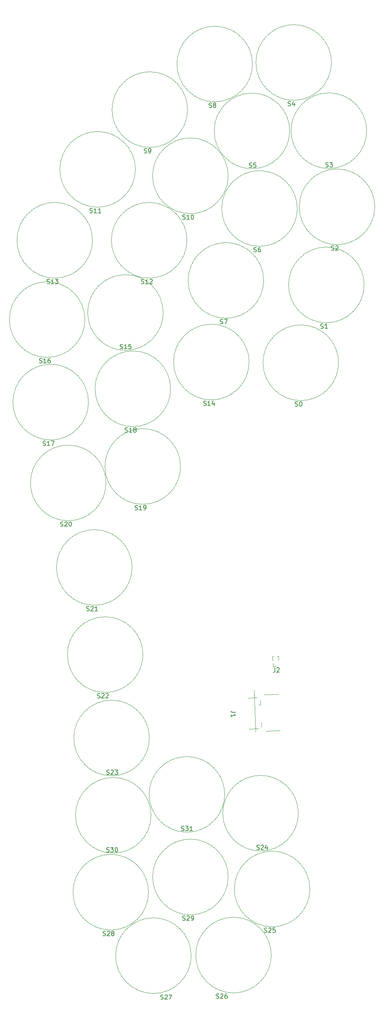
<source format=gto>
G04 #@! TF.GenerationSoftware,KiCad,Pcbnew,(5.0.0)*
G04 #@! TF.CreationDate,2020-01-29T13:37:31+01:00*
G04 #@! TF.ProjectId,Insole_PCB,496E736F6C655F5043422E6B69636164,rev?*
G04 #@! TF.SameCoordinates,Original*
G04 #@! TF.FileFunction,Legend,Top*
G04 #@! TF.FilePolarity,Positive*
%FSLAX46Y46*%
G04 Gerber Fmt 4.6, Leading zero omitted, Abs format (unit mm)*
G04 Created by KiCad (PCBNEW (5.0.0)) date 01/29/20 13:37:31*
%MOMM*%
%LPD*%
G01*
G04 APERTURE LIST*
%ADD10C,0.100000*%
%ADD11C,0.120000*%
%ADD12C,0.010000*%
%ADD13C,0.150000*%
G04 APERTURE END LIST*
D10*
G04 #@! TO.C,S4*
X235899453Y-66140707D02*
G75*
G03X235899453Y-66140707I-8500000J0D01*
G01*
G04 #@! TO.C,S9*
X203539453Y-76730707D02*
G75*
G03X203539453Y-76730707I-8500000J0D01*
G01*
D11*
G04 #@! TO.C,J2*
X222753929Y-201842519D02*
X223447236Y-201794038D01*
X222706146Y-201159188D02*
X222753929Y-201842519D01*
X223958464Y-200384944D02*
X224044977Y-200378895D01*
X222658363Y-200475856D02*
X222744876Y-200469807D01*
X224044977Y-200378895D02*
X223983940Y-199506026D01*
X222658363Y-200475856D02*
X222597326Y-199602988D01*
X223684165Y-199526989D02*
X223983940Y-199506026D01*
X222597326Y-199602988D02*
X222897101Y-199582026D01*
D12*
G04 #@! TO.C,J1*
X219220969Y-208842742D02*
X217072278Y-208917776D01*
X219511745Y-215736794D02*
X217313085Y-215813573D01*
X218838346Y-216510767D02*
X218512035Y-207166462D01*
D11*
X224045329Y-208023875D02*
X220817297Y-208136601D01*
X219930092Y-209378320D02*
X219967783Y-210457662D01*
X220114234Y-214364932D02*
X220151926Y-215444274D01*
X224331505Y-216218880D02*
X221103473Y-216331606D01*
X219967783Y-210457662D02*
X219538045Y-210472669D01*
D10*
G04 #@! TO.C,S0*
X237499453Y-133600707D02*
G75*
G03X237499453Y-133600707I-8500000J0D01*
G01*
G04 #@! TO.C,S1*
X243239453Y-116110707D02*
G75*
G03X243239453Y-116110707I-8500000J0D01*
G01*
G04 #@! TO.C,S2*
X245639453Y-98560707D02*
G75*
G03X245639453Y-98560707I-8500000J0D01*
G01*
G04 #@! TO.C,S3*
X243809453Y-81470707D02*
G75*
G03X243809453Y-81470707I-8500000J0D01*
G01*
G04 #@! TO.C,S5*
X226509453Y-81510707D02*
G75*
G03X226509453Y-81510707I-8500000J0D01*
G01*
G04 #@! TO.C,S6*
X228209453Y-98940707D02*
G75*
G03X228209453Y-98940707I-8500000J0D01*
G01*
G04 #@! TO.C,S7*
X220649453Y-115100707D02*
G75*
G03X220649453Y-115100707I-8500000J0D01*
G01*
G04 #@! TO.C,S8*
X218139453Y-66490707D02*
G75*
G03X218139453Y-66490707I-8500000J0D01*
G01*
G04 #@! TO.C,S10*
X212659453Y-91600707D02*
G75*
G03X212659453Y-91600707I-8500000J0D01*
G01*
G04 #@! TO.C,S11*
X191799453Y-90150707D02*
G75*
G03X191799453Y-90150707I-8500000J0D01*
G01*
G04 #@! TO.C,S12*
X203399453Y-106080707D02*
G75*
G03X203399453Y-106080707I-8500000J0D01*
G01*
G04 #@! TO.C,S13*
X182159453Y-106080707D02*
G75*
G03X182159453Y-106080707I-8500000J0D01*
G01*
G04 #@! TO.C,S14*
X217379453Y-133440707D02*
G75*
G03X217379453Y-133440707I-8500000J0D01*
G01*
G04 #@! TO.C,S15*
X198059453Y-122310707D02*
G75*
G03X198059453Y-122310707I-8500000J0D01*
G01*
G04 #@! TO.C,S16*
X180459453Y-123890707D02*
G75*
G03X180459453Y-123890707I-8500000J0D01*
G01*
G04 #@! TO.C,S17*
X181249453Y-142440707D02*
G75*
G03X181249453Y-142440707I-8500000J0D01*
G01*
G04 #@! TO.C,S18*
X199729453Y-139440707D02*
G75*
G03X199729453Y-139440707I-8500000J0D01*
G01*
G04 #@! TO.C,S19*
X201949453Y-156900707D02*
G75*
G03X201949453Y-156900707I-8500000J0D01*
G01*
G04 #@! TO.C,S20*
X185189453Y-160590707D02*
G75*
G03X185189453Y-160590707I-8500000J0D01*
G01*
G04 #@! TO.C,S21*
X191059453Y-179580707D02*
G75*
G03X191059453Y-179580707I-8500000J0D01*
G01*
G04 #@! TO.C,S22*
X193499453Y-199170707D02*
G75*
G03X193499453Y-199170707I-8500000J0D01*
G01*
G04 #@! TO.C,S23*
X194949453Y-217890707D02*
G75*
G03X194949453Y-217890707I-8500000J0D01*
G01*
G04 #@! TO.C,S24*
X228449453Y-234790707D02*
G75*
G03X228449453Y-234790707I-8500000J0D01*
G01*
G04 #@! TO.C,S25*
X231049453Y-251810707D02*
G75*
G03X231049453Y-251810707I-8500000J0D01*
G01*
G04 #@! TO.C,S26*
X222359453Y-266660707D02*
G75*
G03X222359453Y-266660707I-8500000J0D01*
G01*
G04 #@! TO.C,S27*
X204349453Y-266790707D02*
G75*
G03X204349453Y-266790707I-8500000J0D01*
G01*
G04 #@! TO.C,S28*
X194759453Y-252540707D02*
G75*
G03X194759453Y-252540707I-8500000J0D01*
G01*
G04 #@! TO.C,S29*
X212669453Y-249110707D02*
G75*
G03X212669453Y-249110707I-8500000J0D01*
G01*
G04 #@! TO.C,S30*
X195329453Y-235260707D02*
G75*
G03X195329453Y-235260707I-8500000J0D01*
G01*
G04 #@! TO.C,S31*
X211889453Y-230570707D02*
G75*
G03X211889453Y-230570707I-8500000J0D01*
G01*
G04 #@! TO.C,S4*
D13*
X226137548Y-75845468D02*
X226280405Y-75893087D01*
X226518500Y-75893087D01*
X226613738Y-75845468D01*
X226661357Y-75797849D01*
X226708976Y-75702611D01*
X226708976Y-75607373D01*
X226661357Y-75512135D01*
X226613738Y-75464516D01*
X226518500Y-75416897D01*
X226328024Y-75369278D01*
X226232786Y-75321659D01*
X226185167Y-75274040D01*
X226137548Y-75178802D01*
X226137548Y-75083564D01*
X226185167Y-74988326D01*
X226232786Y-74940707D01*
X226328024Y-74893087D01*
X226566119Y-74893087D01*
X226708976Y-74940707D01*
X227566119Y-75226421D02*
X227566119Y-75893087D01*
X227328024Y-74845468D02*
X227089929Y-75559754D01*
X227708976Y-75559754D01*
G04 #@! TO.C,S9*
X193777548Y-86435468D02*
X193920405Y-86483087D01*
X194158500Y-86483087D01*
X194253738Y-86435468D01*
X194301357Y-86387849D01*
X194348976Y-86292611D01*
X194348976Y-86197373D01*
X194301357Y-86102135D01*
X194253738Y-86054516D01*
X194158500Y-86006897D01*
X193968024Y-85959278D01*
X193872786Y-85911659D01*
X193825167Y-85864040D01*
X193777548Y-85768802D01*
X193777548Y-85673564D01*
X193825167Y-85578326D01*
X193872786Y-85530707D01*
X193968024Y-85483087D01*
X194206119Y-85483087D01*
X194348976Y-85530707D01*
X194825167Y-86483087D02*
X195015643Y-86483087D01*
X195110881Y-86435468D01*
X195158500Y-86387849D01*
X195253738Y-86244992D01*
X195301357Y-86054516D01*
X195301357Y-85673564D01*
X195253738Y-85578326D01*
X195206119Y-85530707D01*
X195110881Y-85483087D01*
X194920405Y-85483087D01*
X194825167Y-85530707D01*
X194777548Y-85578326D01*
X194729929Y-85673564D01*
X194729929Y-85911659D01*
X194777548Y-86006897D01*
X194825167Y-86054516D01*
X194920405Y-86102135D01*
X195110881Y-86102135D01*
X195206119Y-86054516D01*
X195253738Y-86006897D01*
X195301357Y-85911659D01*
G04 #@! TO.C,J2*
X223137551Y-202143874D02*
X223187377Y-202856419D01*
X223149839Y-203002250D01*
X223061477Y-203103900D01*
X222922289Y-203161368D01*
X222827283Y-203168012D01*
X223571722Y-202208984D02*
X223615903Y-202158159D01*
X223707588Y-202104013D01*
X223945103Y-202087404D01*
X224043431Y-202128264D01*
X224094256Y-202172445D01*
X224148402Y-202264129D01*
X224155046Y-202359135D01*
X224117508Y-202504966D01*
X223587332Y-203114864D01*
X224204872Y-203071681D01*
G04 #@! TO.C,J1*
X214330405Y-212132091D02*
X213616554Y-212157019D01*
X213472122Y-212114414D01*
X213373618Y-212022558D01*
X213321043Y-211881450D01*
X213317719Y-211786270D01*
X213365913Y-213166381D02*
X213345971Y-212595300D01*
X213355942Y-212880841D02*
X214355333Y-212845941D01*
X214209239Y-212755747D01*
X214110735Y-212663890D01*
X214059821Y-212570372D01*
G04 #@! TO.C,S0*
X227737548Y-143305468D02*
X227880405Y-143353087D01*
X228118500Y-143353087D01*
X228213738Y-143305468D01*
X228261357Y-143257849D01*
X228308976Y-143162611D01*
X228308976Y-143067373D01*
X228261357Y-142972135D01*
X228213738Y-142924516D01*
X228118500Y-142876897D01*
X227928024Y-142829278D01*
X227832786Y-142781659D01*
X227785167Y-142734040D01*
X227737548Y-142638802D01*
X227737548Y-142543564D01*
X227785167Y-142448326D01*
X227832786Y-142400707D01*
X227928024Y-142353087D01*
X228166119Y-142353087D01*
X228308976Y-142400707D01*
X228928024Y-142353087D02*
X229023262Y-142353087D01*
X229118500Y-142400707D01*
X229166119Y-142448326D01*
X229213738Y-142543564D01*
X229261357Y-142734040D01*
X229261357Y-142972135D01*
X229213738Y-143162611D01*
X229166119Y-143257849D01*
X229118500Y-143305468D01*
X229023262Y-143353087D01*
X228928024Y-143353087D01*
X228832786Y-143305468D01*
X228785167Y-143257849D01*
X228737548Y-143162611D01*
X228689929Y-142972135D01*
X228689929Y-142734040D01*
X228737548Y-142543564D01*
X228785167Y-142448326D01*
X228832786Y-142400707D01*
X228928024Y-142353087D01*
G04 #@! TO.C,S1*
X233477548Y-125815468D02*
X233620405Y-125863087D01*
X233858500Y-125863087D01*
X233953738Y-125815468D01*
X234001357Y-125767849D01*
X234048976Y-125672611D01*
X234048976Y-125577373D01*
X234001357Y-125482135D01*
X233953738Y-125434516D01*
X233858500Y-125386897D01*
X233668024Y-125339278D01*
X233572786Y-125291659D01*
X233525167Y-125244040D01*
X233477548Y-125148802D01*
X233477548Y-125053564D01*
X233525167Y-124958326D01*
X233572786Y-124910707D01*
X233668024Y-124863087D01*
X233906119Y-124863087D01*
X234048976Y-124910707D01*
X235001357Y-125863087D02*
X234429929Y-125863087D01*
X234715643Y-125863087D02*
X234715643Y-124863087D01*
X234620405Y-125005945D01*
X234525167Y-125101183D01*
X234429929Y-125148802D01*
G04 #@! TO.C,S2*
X235877548Y-108265468D02*
X236020405Y-108313087D01*
X236258500Y-108313087D01*
X236353738Y-108265468D01*
X236401357Y-108217849D01*
X236448976Y-108122611D01*
X236448976Y-108027373D01*
X236401357Y-107932135D01*
X236353738Y-107884516D01*
X236258500Y-107836897D01*
X236068024Y-107789278D01*
X235972786Y-107741659D01*
X235925167Y-107694040D01*
X235877548Y-107598802D01*
X235877548Y-107503564D01*
X235925167Y-107408326D01*
X235972786Y-107360707D01*
X236068024Y-107313087D01*
X236306119Y-107313087D01*
X236448976Y-107360707D01*
X236829929Y-107408326D02*
X236877548Y-107360707D01*
X236972786Y-107313087D01*
X237210881Y-107313087D01*
X237306119Y-107360707D01*
X237353738Y-107408326D01*
X237401357Y-107503564D01*
X237401357Y-107598802D01*
X237353738Y-107741659D01*
X236782310Y-108313087D01*
X237401357Y-108313087D01*
G04 #@! TO.C,S3*
X234607548Y-89575468D02*
X234750405Y-89623087D01*
X234988500Y-89623087D01*
X235083738Y-89575468D01*
X235131357Y-89527849D01*
X235178976Y-89432611D01*
X235178976Y-89337373D01*
X235131357Y-89242135D01*
X235083738Y-89194516D01*
X234988500Y-89146897D01*
X234798024Y-89099278D01*
X234702786Y-89051659D01*
X234655167Y-89004040D01*
X234607548Y-88908802D01*
X234607548Y-88813564D01*
X234655167Y-88718326D01*
X234702786Y-88670707D01*
X234798024Y-88623087D01*
X235036119Y-88623087D01*
X235178976Y-88670707D01*
X235512310Y-88623087D02*
X236131357Y-88623087D01*
X235798024Y-89004040D01*
X235940881Y-89004040D01*
X236036119Y-89051659D01*
X236083738Y-89099278D01*
X236131357Y-89194516D01*
X236131357Y-89432611D01*
X236083738Y-89527849D01*
X236036119Y-89575468D01*
X235940881Y-89623087D01*
X235655167Y-89623087D01*
X235559929Y-89575468D01*
X235512310Y-89527849D01*
G04 #@! TO.C,S5*
X217417548Y-89675468D02*
X217560405Y-89723087D01*
X217798500Y-89723087D01*
X217893738Y-89675468D01*
X217941357Y-89627849D01*
X217988976Y-89532611D01*
X217988976Y-89437373D01*
X217941357Y-89342135D01*
X217893738Y-89294516D01*
X217798500Y-89246897D01*
X217608024Y-89199278D01*
X217512786Y-89151659D01*
X217465167Y-89104040D01*
X217417548Y-89008802D01*
X217417548Y-88913564D01*
X217465167Y-88818326D01*
X217512786Y-88770707D01*
X217608024Y-88723087D01*
X217846119Y-88723087D01*
X217988976Y-88770707D01*
X218893738Y-88723087D02*
X218417548Y-88723087D01*
X218369929Y-89199278D01*
X218417548Y-89151659D01*
X218512786Y-89104040D01*
X218750881Y-89104040D01*
X218846119Y-89151659D01*
X218893738Y-89199278D01*
X218941357Y-89294516D01*
X218941357Y-89532611D01*
X218893738Y-89627849D01*
X218846119Y-89675468D01*
X218750881Y-89723087D01*
X218512786Y-89723087D01*
X218417548Y-89675468D01*
X218369929Y-89627849D01*
G04 #@! TO.C,S6*
X218447548Y-108645468D02*
X218590405Y-108693087D01*
X218828500Y-108693087D01*
X218923738Y-108645468D01*
X218971357Y-108597849D01*
X219018976Y-108502611D01*
X219018976Y-108407373D01*
X218971357Y-108312135D01*
X218923738Y-108264516D01*
X218828500Y-108216897D01*
X218638024Y-108169278D01*
X218542786Y-108121659D01*
X218495167Y-108074040D01*
X218447548Y-107978802D01*
X218447548Y-107883564D01*
X218495167Y-107788326D01*
X218542786Y-107740707D01*
X218638024Y-107693087D01*
X218876119Y-107693087D01*
X219018976Y-107740707D01*
X219876119Y-107693087D02*
X219685643Y-107693087D01*
X219590405Y-107740707D01*
X219542786Y-107788326D01*
X219447548Y-107931183D01*
X219399929Y-108121659D01*
X219399929Y-108502611D01*
X219447548Y-108597849D01*
X219495167Y-108645468D01*
X219590405Y-108693087D01*
X219780881Y-108693087D01*
X219876119Y-108645468D01*
X219923738Y-108597849D01*
X219971357Y-108502611D01*
X219971357Y-108264516D01*
X219923738Y-108169278D01*
X219876119Y-108121659D01*
X219780881Y-108074040D01*
X219590405Y-108074040D01*
X219495167Y-108121659D01*
X219447548Y-108169278D01*
X219399929Y-108264516D01*
G04 #@! TO.C,S7*
X210887548Y-124805468D02*
X211030405Y-124853087D01*
X211268500Y-124853087D01*
X211363738Y-124805468D01*
X211411357Y-124757849D01*
X211458976Y-124662611D01*
X211458976Y-124567373D01*
X211411357Y-124472135D01*
X211363738Y-124424516D01*
X211268500Y-124376897D01*
X211078024Y-124329278D01*
X210982786Y-124281659D01*
X210935167Y-124234040D01*
X210887548Y-124138802D01*
X210887548Y-124043564D01*
X210935167Y-123948326D01*
X210982786Y-123900707D01*
X211078024Y-123853087D01*
X211316119Y-123853087D01*
X211458976Y-123900707D01*
X211792310Y-123853087D02*
X212458976Y-123853087D01*
X212030405Y-124853087D01*
G04 #@! TO.C,S8*
X208377548Y-76195468D02*
X208520405Y-76243087D01*
X208758500Y-76243087D01*
X208853738Y-76195468D01*
X208901357Y-76147849D01*
X208948976Y-76052611D01*
X208948976Y-75957373D01*
X208901357Y-75862135D01*
X208853738Y-75814516D01*
X208758500Y-75766897D01*
X208568024Y-75719278D01*
X208472786Y-75671659D01*
X208425167Y-75624040D01*
X208377548Y-75528802D01*
X208377548Y-75433564D01*
X208425167Y-75338326D01*
X208472786Y-75290707D01*
X208568024Y-75243087D01*
X208806119Y-75243087D01*
X208948976Y-75290707D01*
X209520405Y-75671659D02*
X209425167Y-75624040D01*
X209377548Y-75576421D01*
X209329929Y-75481183D01*
X209329929Y-75433564D01*
X209377548Y-75338326D01*
X209425167Y-75290707D01*
X209520405Y-75243087D01*
X209710881Y-75243087D01*
X209806119Y-75290707D01*
X209853738Y-75338326D01*
X209901357Y-75433564D01*
X209901357Y-75481183D01*
X209853738Y-75576421D01*
X209806119Y-75624040D01*
X209710881Y-75671659D01*
X209520405Y-75671659D01*
X209425167Y-75719278D01*
X209377548Y-75766897D01*
X209329929Y-75862135D01*
X209329929Y-76052611D01*
X209377548Y-76147849D01*
X209425167Y-76195468D01*
X209520405Y-76243087D01*
X209710881Y-76243087D01*
X209806119Y-76195468D01*
X209853738Y-76147849D01*
X209901357Y-76052611D01*
X209901357Y-75862135D01*
X209853738Y-75766897D01*
X209806119Y-75719278D01*
X209710881Y-75671659D01*
G04 #@! TO.C,S10*
X202421357Y-101305468D02*
X202564214Y-101353087D01*
X202802310Y-101353087D01*
X202897548Y-101305468D01*
X202945167Y-101257849D01*
X202992786Y-101162611D01*
X202992786Y-101067373D01*
X202945167Y-100972135D01*
X202897548Y-100924516D01*
X202802310Y-100876897D01*
X202611833Y-100829278D01*
X202516595Y-100781659D01*
X202468976Y-100734040D01*
X202421357Y-100638802D01*
X202421357Y-100543564D01*
X202468976Y-100448326D01*
X202516595Y-100400707D01*
X202611833Y-100353087D01*
X202849929Y-100353087D01*
X202992786Y-100400707D01*
X203945167Y-101353087D02*
X203373738Y-101353087D01*
X203659453Y-101353087D02*
X203659453Y-100353087D01*
X203564214Y-100495945D01*
X203468976Y-100591183D01*
X203373738Y-100638802D01*
X204564214Y-100353087D02*
X204659453Y-100353087D01*
X204754691Y-100400707D01*
X204802310Y-100448326D01*
X204849929Y-100543564D01*
X204897548Y-100734040D01*
X204897548Y-100972135D01*
X204849929Y-101162611D01*
X204802310Y-101257849D01*
X204754691Y-101305468D01*
X204659453Y-101353087D01*
X204564214Y-101353087D01*
X204468976Y-101305468D01*
X204421357Y-101257849D01*
X204373738Y-101162611D01*
X204326119Y-100972135D01*
X204326119Y-100734040D01*
X204373738Y-100543564D01*
X204421357Y-100448326D01*
X204468976Y-100400707D01*
X204564214Y-100353087D01*
G04 #@! TO.C,S11*
X181561357Y-99855468D02*
X181704214Y-99903087D01*
X181942310Y-99903087D01*
X182037548Y-99855468D01*
X182085167Y-99807849D01*
X182132786Y-99712611D01*
X182132786Y-99617373D01*
X182085167Y-99522135D01*
X182037548Y-99474516D01*
X181942310Y-99426897D01*
X181751833Y-99379278D01*
X181656595Y-99331659D01*
X181608976Y-99284040D01*
X181561357Y-99188802D01*
X181561357Y-99093564D01*
X181608976Y-98998326D01*
X181656595Y-98950707D01*
X181751833Y-98903087D01*
X181989929Y-98903087D01*
X182132786Y-98950707D01*
X183085167Y-99903087D02*
X182513738Y-99903087D01*
X182799453Y-99903087D02*
X182799453Y-98903087D01*
X182704214Y-99045945D01*
X182608976Y-99141183D01*
X182513738Y-99188802D01*
X184037548Y-99903087D02*
X183466119Y-99903087D01*
X183751833Y-99903087D02*
X183751833Y-98903087D01*
X183656595Y-99045945D01*
X183561357Y-99141183D01*
X183466119Y-99188802D01*
G04 #@! TO.C,S12*
X193161357Y-115785468D02*
X193304214Y-115833087D01*
X193542310Y-115833087D01*
X193637548Y-115785468D01*
X193685167Y-115737849D01*
X193732786Y-115642611D01*
X193732786Y-115547373D01*
X193685167Y-115452135D01*
X193637548Y-115404516D01*
X193542310Y-115356897D01*
X193351833Y-115309278D01*
X193256595Y-115261659D01*
X193208976Y-115214040D01*
X193161357Y-115118802D01*
X193161357Y-115023564D01*
X193208976Y-114928326D01*
X193256595Y-114880707D01*
X193351833Y-114833087D01*
X193589929Y-114833087D01*
X193732786Y-114880707D01*
X194685167Y-115833087D02*
X194113738Y-115833087D01*
X194399453Y-115833087D02*
X194399453Y-114833087D01*
X194304214Y-114975945D01*
X194208976Y-115071183D01*
X194113738Y-115118802D01*
X195066119Y-114928326D02*
X195113738Y-114880707D01*
X195208976Y-114833087D01*
X195447072Y-114833087D01*
X195542310Y-114880707D01*
X195589929Y-114928326D01*
X195637548Y-115023564D01*
X195637548Y-115118802D01*
X195589929Y-115261659D01*
X195018500Y-115833087D01*
X195637548Y-115833087D01*
G04 #@! TO.C,S13*
X171921357Y-115785468D02*
X172064214Y-115833087D01*
X172302310Y-115833087D01*
X172397548Y-115785468D01*
X172445167Y-115737849D01*
X172492786Y-115642611D01*
X172492786Y-115547373D01*
X172445167Y-115452135D01*
X172397548Y-115404516D01*
X172302310Y-115356897D01*
X172111833Y-115309278D01*
X172016595Y-115261659D01*
X171968976Y-115214040D01*
X171921357Y-115118802D01*
X171921357Y-115023564D01*
X171968976Y-114928326D01*
X172016595Y-114880707D01*
X172111833Y-114833087D01*
X172349929Y-114833087D01*
X172492786Y-114880707D01*
X173445167Y-115833087D02*
X172873738Y-115833087D01*
X173159453Y-115833087D02*
X173159453Y-114833087D01*
X173064214Y-114975945D01*
X172968976Y-115071183D01*
X172873738Y-115118802D01*
X173778500Y-114833087D02*
X174397548Y-114833087D01*
X174064214Y-115214040D01*
X174207072Y-115214040D01*
X174302310Y-115261659D01*
X174349929Y-115309278D01*
X174397548Y-115404516D01*
X174397548Y-115642611D01*
X174349929Y-115737849D01*
X174302310Y-115785468D01*
X174207072Y-115833087D01*
X173921357Y-115833087D01*
X173826119Y-115785468D01*
X173778500Y-115737849D01*
G04 #@! TO.C,S14*
X207141357Y-143145468D02*
X207284214Y-143193087D01*
X207522310Y-143193087D01*
X207617548Y-143145468D01*
X207665167Y-143097849D01*
X207712786Y-143002611D01*
X207712786Y-142907373D01*
X207665167Y-142812135D01*
X207617548Y-142764516D01*
X207522310Y-142716897D01*
X207331833Y-142669278D01*
X207236595Y-142621659D01*
X207188976Y-142574040D01*
X207141357Y-142478802D01*
X207141357Y-142383564D01*
X207188976Y-142288326D01*
X207236595Y-142240707D01*
X207331833Y-142193087D01*
X207569929Y-142193087D01*
X207712786Y-142240707D01*
X208665167Y-143193087D02*
X208093738Y-143193087D01*
X208379453Y-143193087D02*
X208379453Y-142193087D01*
X208284214Y-142335945D01*
X208188976Y-142431183D01*
X208093738Y-142478802D01*
X209522310Y-142526421D02*
X209522310Y-143193087D01*
X209284214Y-142145468D02*
X209046119Y-142859754D01*
X209665167Y-142859754D01*
G04 #@! TO.C,S15*
X188361357Y-130405468D02*
X188504214Y-130453087D01*
X188742310Y-130453087D01*
X188837548Y-130405468D01*
X188885167Y-130357849D01*
X188932786Y-130262611D01*
X188932786Y-130167373D01*
X188885167Y-130072135D01*
X188837548Y-130024516D01*
X188742310Y-129976897D01*
X188551833Y-129929278D01*
X188456595Y-129881659D01*
X188408976Y-129834040D01*
X188361357Y-129738802D01*
X188361357Y-129643564D01*
X188408976Y-129548326D01*
X188456595Y-129500707D01*
X188551833Y-129453087D01*
X188789929Y-129453087D01*
X188932786Y-129500707D01*
X189885167Y-130453087D02*
X189313738Y-130453087D01*
X189599453Y-130453087D02*
X189599453Y-129453087D01*
X189504214Y-129595945D01*
X189408976Y-129691183D01*
X189313738Y-129738802D01*
X190789929Y-129453087D02*
X190313738Y-129453087D01*
X190266119Y-129929278D01*
X190313738Y-129881659D01*
X190408976Y-129834040D01*
X190647072Y-129834040D01*
X190742310Y-129881659D01*
X190789929Y-129929278D01*
X190837548Y-130024516D01*
X190837548Y-130262611D01*
X190789929Y-130357849D01*
X190742310Y-130405468D01*
X190647072Y-130453087D01*
X190408976Y-130453087D01*
X190313738Y-130405468D01*
X190266119Y-130357849D01*
G04 #@! TO.C,S16*
X170221357Y-133595468D02*
X170364214Y-133643087D01*
X170602310Y-133643087D01*
X170697548Y-133595468D01*
X170745167Y-133547849D01*
X170792786Y-133452611D01*
X170792786Y-133357373D01*
X170745167Y-133262135D01*
X170697548Y-133214516D01*
X170602310Y-133166897D01*
X170411833Y-133119278D01*
X170316595Y-133071659D01*
X170268976Y-133024040D01*
X170221357Y-132928802D01*
X170221357Y-132833564D01*
X170268976Y-132738326D01*
X170316595Y-132690707D01*
X170411833Y-132643087D01*
X170649929Y-132643087D01*
X170792786Y-132690707D01*
X171745167Y-133643087D02*
X171173738Y-133643087D01*
X171459453Y-133643087D02*
X171459453Y-132643087D01*
X171364214Y-132785945D01*
X171268976Y-132881183D01*
X171173738Y-132928802D01*
X172602310Y-132643087D02*
X172411833Y-132643087D01*
X172316595Y-132690707D01*
X172268976Y-132738326D01*
X172173738Y-132881183D01*
X172126119Y-133071659D01*
X172126119Y-133452611D01*
X172173738Y-133547849D01*
X172221357Y-133595468D01*
X172316595Y-133643087D01*
X172507072Y-133643087D01*
X172602310Y-133595468D01*
X172649929Y-133547849D01*
X172697548Y-133452611D01*
X172697548Y-133214516D01*
X172649929Y-133119278D01*
X172602310Y-133071659D01*
X172507072Y-133024040D01*
X172316595Y-133024040D01*
X172221357Y-133071659D01*
X172173738Y-133119278D01*
X172126119Y-133214516D01*
G04 #@! TO.C,S17*
X171011357Y-152145468D02*
X171154214Y-152193087D01*
X171392310Y-152193087D01*
X171487548Y-152145468D01*
X171535167Y-152097849D01*
X171582786Y-152002611D01*
X171582786Y-151907373D01*
X171535167Y-151812135D01*
X171487548Y-151764516D01*
X171392310Y-151716897D01*
X171201833Y-151669278D01*
X171106595Y-151621659D01*
X171058976Y-151574040D01*
X171011357Y-151478802D01*
X171011357Y-151383564D01*
X171058976Y-151288326D01*
X171106595Y-151240707D01*
X171201833Y-151193087D01*
X171439929Y-151193087D01*
X171582786Y-151240707D01*
X172535167Y-152193087D02*
X171963738Y-152193087D01*
X172249453Y-152193087D02*
X172249453Y-151193087D01*
X172154214Y-151335945D01*
X172058976Y-151431183D01*
X171963738Y-151478802D01*
X172868500Y-151193087D02*
X173535167Y-151193087D01*
X173106595Y-152193087D01*
G04 #@! TO.C,S18*
X189491357Y-149145468D02*
X189634214Y-149193087D01*
X189872310Y-149193087D01*
X189967548Y-149145468D01*
X190015167Y-149097849D01*
X190062786Y-149002611D01*
X190062786Y-148907373D01*
X190015167Y-148812135D01*
X189967548Y-148764516D01*
X189872310Y-148716897D01*
X189681833Y-148669278D01*
X189586595Y-148621659D01*
X189538976Y-148574040D01*
X189491357Y-148478802D01*
X189491357Y-148383564D01*
X189538976Y-148288326D01*
X189586595Y-148240707D01*
X189681833Y-148193087D01*
X189919929Y-148193087D01*
X190062786Y-148240707D01*
X191015167Y-149193087D02*
X190443738Y-149193087D01*
X190729453Y-149193087D02*
X190729453Y-148193087D01*
X190634214Y-148335945D01*
X190538976Y-148431183D01*
X190443738Y-148478802D01*
X191586595Y-148621659D02*
X191491357Y-148574040D01*
X191443738Y-148526421D01*
X191396119Y-148431183D01*
X191396119Y-148383564D01*
X191443738Y-148288326D01*
X191491357Y-148240707D01*
X191586595Y-148193087D01*
X191777072Y-148193087D01*
X191872310Y-148240707D01*
X191919929Y-148288326D01*
X191967548Y-148383564D01*
X191967548Y-148431183D01*
X191919929Y-148526421D01*
X191872310Y-148574040D01*
X191777072Y-148621659D01*
X191586595Y-148621659D01*
X191491357Y-148669278D01*
X191443738Y-148716897D01*
X191396119Y-148812135D01*
X191396119Y-149002611D01*
X191443738Y-149097849D01*
X191491357Y-149145468D01*
X191586595Y-149193087D01*
X191777072Y-149193087D01*
X191872310Y-149145468D01*
X191919929Y-149097849D01*
X191967548Y-149002611D01*
X191967548Y-148812135D01*
X191919929Y-148716897D01*
X191872310Y-148669278D01*
X191777072Y-148621659D01*
G04 #@! TO.C,S19*
X191711357Y-166605468D02*
X191854214Y-166653087D01*
X192092310Y-166653087D01*
X192187548Y-166605468D01*
X192235167Y-166557849D01*
X192282786Y-166462611D01*
X192282786Y-166367373D01*
X192235167Y-166272135D01*
X192187548Y-166224516D01*
X192092310Y-166176897D01*
X191901833Y-166129278D01*
X191806595Y-166081659D01*
X191758976Y-166034040D01*
X191711357Y-165938802D01*
X191711357Y-165843564D01*
X191758976Y-165748326D01*
X191806595Y-165700707D01*
X191901833Y-165653087D01*
X192139929Y-165653087D01*
X192282786Y-165700707D01*
X193235167Y-166653087D02*
X192663738Y-166653087D01*
X192949453Y-166653087D02*
X192949453Y-165653087D01*
X192854214Y-165795945D01*
X192758976Y-165891183D01*
X192663738Y-165938802D01*
X193711357Y-166653087D02*
X193901833Y-166653087D01*
X193997072Y-166605468D01*
X194044691Y-166557849D01*
X194139929Y-166414992D01*
X194187548Y-166224516D01*
X194187548Y-165843564D01*
X194139929Y-165748326D01*
X194092310Y-165700707D01*
X193997072Y-165653087D01*
X193806595Y-165653087D01*
X193711357Y-165700707D01*
X193663738Y-165748326D01*
X193616119Y-165843564D01*
X193616119Y-166081659D01*
X193663738Y-166176897D01*
X193711357Y-166224516D01*
X193806595Y-166272135D01*
X193997072Y-166272135D01*
X194092310Y-166224516D01*
X194139929Y-166176897D01*
X194187548Y-166081659D01*
G04 #@! TO.C,S20*
X174951357Y-170295468D02*
X175094214Y-170343087D01*
X175332310Y-170343087D01*
X175427548Y-170295468D01*
X175475167Y-170247849D01*
X175522786Y-170152611D01*
X175522786Y-170057373D01*
X175475167Y-169962135D01*
X175427548Y-169914516D01*
X175332310Y-169866897D01*
X175141833Y-169819278D01*
X175046595Y-169771659D01*
X174998976Y-169724040D01*
X174951357Y-169628802D01*
X174951357Y-169533564D01*
X174998976Y-169438326D01*
X175046595Y-169390707D01*
X175141833Y-169343087D01*
X175379929Y-169343087D01*
X175522786Y-169390707D01*
X175903738Y-169438326D02*
X175951357Y-169390707D01*
X176046595Y-169343087D01*
X176284691Y-169343087D01*
X176379929Y-169390707D01*
X176427548Y-169438326D01*
X176475167Y-169533564D01*
X176475167Y-169628802D01*
X176427548Y-169771659D01*
X175856119Y-170343087D01*
X176475167Y-170343087D01*
X177094214Y-169343087D02*
X177189453Y-169343087D01*
X177284691Y-169390707D01*
X177332310Y-169438326D01*
X177379929Y-169533564D01*
X177427548Y-169724040D01*
X177427548Y-169962135D01*
X177379929Y-170152611D01*
X177332310Y-170247849D01*
X177284691Y-170295468D01*
X177189453Y-170343087D01*
X177094214Y-170343087D01*
X176998976Y-170295468D01*
X176951357Y-170247849D01*
X176903738Y-170152611D01*
X176856119Y-169962135D01*
X176856119Y-169724040D01*
X176903738Y-169533564D01*
X176951357Y-169438326D01*
X176998976Y-169390707D01*
X177094214Y-169343087D01*
G04 #@! TO.C,S21*
X180821357Y-189285468D02*
X180964214Y-189333087D01*
X181202310Y-189333087D01*
X181297548Y-189285468D01*
X181345167Y-189237849D01*
X181392786Y-189142611D01*
X181392786Y-189047373D01*
X181345167Y-188952135D01*
X181297548Y-188904516D01*
X181202310Y-188856897D01*
X181011833Y-188809278D01*
X180916595Y-188761659D01*
X180868976Y-188714040D01*
X180821357Y-188618802D01*
X180821357Y-188523564D01*
X180868976Y-188428326D01*
X180916595Y-188380707D01*
X181011833Y-188333087D01*
X181249929Y-188333087D01*
X181392786Y-188380707D01*
X181773738Y-188428326D02*
X181821357Y-188380707D01*
X181916595Y-188333087D01*
X182154691Y-188333087D01*
X182249929Y-188380707D01*
X182297548Y-188428326D01*
X182345167Y-188523564D01*
X182345167Y-188618802D01*
X182297548Y-188761659D01*
X181726119Y-189333087D01*
X182345167Y-189333087D01*
X183297548Y-189333087D02*
X182726119Y-189333087D01*
X183011833Y-189333087D02*
X183011833Y-188333087D01*
X182916595Y-188475945D01*
X182821357Y-188571183D01*
X182726119Y-188618802D01*
G04 #@! TO.C,S22*
X183261357Y-208875468D02*
X183404214Y-208923087D01*
X183642310Y-208923087D01*
X183737548Y-208875468D01*
X183785167Y-208827849D01*
X183832786Y-208732611D01*
X183832786Y-208637373D01*
X183785167Y-208542135D01*
X183737548Y-208494516D01*
X183642310Y-208446897D01*
X183451833Y-208399278D01*
X183356595Y-208351659D01*
X183308976Y-208304040D01*
X183261357Y-208208802D01*
X183261357Y-208113564D01*
X183308976Y-208018326D01*
X183356595Y-207970707D01*
X183451833Y-207923087D01*
X183689929Y-207923087D01*
X183832786Y-207970707D01*
X184213738Y-208018326D02*
X184261357Y-207970707D01*
X184356595Y-207923087D01*
X184594691Y-207923087D01*
X184689929Y-207970707D01*
X184737548Y-208018326D01*
X184785167Y-208113564D01*
X184785167Y-208208802D01*
X184737548Y-208351659D01*
X184166119Y-208923087D01*
X184785167Y-208923087D01*
X185166119Y-208018326D02*
X185213738Y-207970707D01*
X185308976Y-207923087D01*
X185547072Y-207923087D01*
X185642310Y-207970707D01*
X185689929Y-208018326D01*
X185737548Y-208113564D01*
X185737548Y-208208802D01*
X185689929Y-208351659D01*
X185118500Y-208923087D01*
X185737548Y-208923087D01*
G04 #@! TO.C,S23*
X185351357Y-226035468D02*
X185494214Y-226083087D01*
X185732310Y-226083087D01*
X185827548Y-226035468D01*
X185875167Y-225987849D01*
X185922786Y-225892611D01*
X185922786Y-225797373D01*
X185875167Y-225702135D01*
X185827548Y-225654516D01*
X185732310Y-225606897D01*
X185541833Y-225559278D01*
X185446595Y-225511659D01*
X185398976Y-225464040D01*
X185351357Y-225368802D01*
X185351357Y-225273564D01*
X185398976Y-225178326D01*
X185446595Y-225130707D01*
X185541833Y-225083087D01*
X185779929Y-225083087D01*
X185922786Y-225130707D01*
X186303738Y-225178326D02*
X186351357Y-225130707D01*
X186446595Y-225083087D01*
X186684691Y-225083087D01*
X186779929Y-225130707D01*
X186827548Y-225178326D01*
X186875167Y-225273564D01*
X186875167Y-225368802D01*
X186827548Y-225511659D01*
X186256119Y-226083087D01*
X186875167Y-226083087D01*
X187208500Y-225083087D02*
X187827548Y-225083087D01*
X187494214Y-225464040D01*
X187637072Y-225464040D01*
X187732310Y-225511659D01*
X187779929Y-225559278D01*
X187827548Y-225654516D01*
X187827548Y-225892611D01*
X187779929Y-225987849D01*
X187732310Y-226035468D01*
X187637072Y-226083087D01*
X187351357Y-226083087D01*
X187256119Y-226035468D01*
X187208500Y-225987849D01*
G04 #@! TO.C,S24*
X219091357Y-242915468D02*
X219234214Y-242963087D01*
X219472310Y-242963087D01*
X219567548Y-242915468D01*
X219615167Y-242867849D01*
X219662786Y-242772611D01*
X219662786Y-242677373D01*
X219615167Y-242582135D01*
X219567548Y-242534516D01*
X219472310Y-242486897D01*
X219281833Y-242439278D01*
X219186595Y-242391659D01*
X219138976Y-242344040D01*
X219091357Y-242248802D01*
X219091357Y-242153564D01*
X219138976Y-242058326D01*
X219186595Y-242010707D01*
X219281833Y-241963087D01*
X219519929Y-241963087D01*
X219662786Y-242010707D01*
X220043738Y-242058326D02*
X220091357Y-242010707D01*
X220186595Y-241963087D01*
X220424691Y-241963087D01*
X220519929Y-242010707D01*
X220567548Y-242058326D01*
X220615167Y-242153564D01*
X220615167Y-242248802D01*
X220567548Y-242391659D01*
X219996119Y-242963087D01*
X220615167Y-242963087D01*
X221472310Y-242296421D02*
X221472310Y-242963087D01*
X221234214Y-241915468D02*
X220996119Y-242629754D01*
X221615167Y-242629754D01*
G04 #@! TO.C,S25*
X220811357Y-261515468D02*
X220954214Y-261563087D01*
X221192310Y-261563087D01*
X221287548Y-261515468D01*
X221335167Y-261467849D01*
X221382786Y-261372611D01*
X221382786Y-261277373D01*
X221335167Y-261182135D01*
X221287548Y-261134516D01*
X221192310Y-261086897D01*
X221001833Y-261039278D01*
X220906595Y-260991659D01*
X220858976Y-260944040D01*
X220811357Y-260848802D01*
X220811357Y-260753564D01*
X220858976Y-260658326D01*
X220906595Y-260610707D01*
X221001833Y-260563087D01*
X221239929Y-260563087D01*
X221382786Y-260610707D01*
X221763738Y-260658326D02*
X221811357Y-260610707D01*
X221906595Y-260563087D01*
X222144691Y-260563087D01*
X222239929Y-260610707D01*
X222287548Y-260658326D01*
X222335167Y-260753564D01*
X222335167Y-260848802D01*
X222287548Y-260991659D01*
X221716119Y-261563087D01*
X222335167Y-261563087D01*
X223239929Y-260563087D02*
X222763738Y-260563087D01*
X222716119Y-261039278D01*
X222763738Y-260991659D01*
X222858976Y-260944040D01*
X223097072Y-260944040D01*
X223192310Y-260991659D01*
X223239929Y-261039278D01*
X223287548Y-261134516D01*
X223287548Y-261372611D01*
X223239929Y-261467849D01*
X223192310Y-261515468D01*
X223097072Y-261563087D01*
X222858976Y-261563087D01*
X222763738Y-261515468D01*
X222716119Y-261467849D01*
G04 #@! TO.C,S26*
X209991357Y-276335468D02*
X210134214Y-276383087D01*
X210372310Y-276383087D01*
X210467548Y-276335468D01*
X210515167Y-276287849D01*
X210562786Y-276192611D01*
X210562786Y-276097373D01*
X210515167Y-276002135D01*
X210467548Y-275954516D01*
X210372310Y-275906897D01*
X210181833Y-275859278D01*
X210086595Y-275811659D01*
X210038976Y-275764040D01*
X209991357Y-275668802D01*
X209991357Y-275573564D01*
X210038976Y-275478326D01*
X210086595Y-275430707D01*
X210181833Y-275383087D01*
X210419929Y-275383087D01*
X210562786Y-275430707D01*
X210943738Y-275478326D02*
X210991357Y-275430707D01*
X211086595Y-275383087D01*
X211324691Y-275383087D01*
X211419929Y-275430707D01*
X211467548Y-275478326D01*
X211515167Y-275573564D01*
X211515167Y-275668802D01*
X211467548Y-275811659D01*
X210896119Y-276383087D01*
X211515167Y-276383087D01*
X212372310Y-275383087D02*
X212181833Y-275383087D01*
X212086595Y-275430707D01*
X212038976Y-275478326D01*
X211943738Y-275621183D01*
X211896119Y-275811659D01*
X211896119Y-276192611D01*
X211943738Y-276287849D01*
X211991357Y-276335468D01*
X212086595Y-276383087D01*
X212277072Y-276383087D01*
X212372310Y-276335468D01*
X212419929Y-276287849D01*
X212467548Y-276192611D01*
X212467548Y-275954516D01*
X212419929Y-275859278D01*
X212372310Y-275811659D01*
X212277072Y-275764040D01*
X212086595Y-275764040D01*
X211991357Y-275811659D01*
X211943738Y-275859278D01*
X211896119Y-275954516D01*
G04 #@! TO.C,S27*
X197471357Y-276545468D02*
X197614214Y-276593087D01*
X197852310Y-276593087D01*
X197947548Y-276545468D01*
X197995167Y-276497849D01*
X198042786Y-276402611D01*
X198042786Y-276307373D01*
X197995167Y-276212135D01*
X197947548Y-276164516D01*
X197852310Y-276116897D01*
X197661833Y-276069278D01*
X197566595Y-276021659D01*
X197518976Y-275974040D01*
X197471357Y-275878802D01*
X197471357Y-275783564D01*
X197518976Y-275688326D01*
X197566595Y-275640707D01*
X197661833Y-275593087D01*
X197899929Y-275593087D01*
X198042786Y-275640707D01*
X198423738Y-275688326D02*
X198471357Y-275640707D01*
X198566595Y-275593087D01*
X198804691Y-275593087D01*
X198899929Y-275640707D01*
X198947548Y-275688326D01*
X198995167Y-275783564D01*
X198995167Y-275878802D01*
X198947548Y-276021659D01*
X198376119Y-276593087D01*
X198995167Y-276593087D01*
X199328500Y-275593087D02*
X199995167Y-275593087D01*
X199566595Y-276593087D01*
G04 #@! TO.C,S28*
X184521357Y-262245468D02*
X184664214Y-262293087D01*
X184902310Y-262293087D01*
X184997548Y-262245468D01*
X185045167Y-262197849D01*
X185092786Y-262102611D01*
X185092786Y-262007373D01*
X185045167Y-261912135D01*
X184997548Y-261864516D01*
X184902310Y-261816897D01*
X184711833Y-261769278D01*
X184616595Y-261721659D01*
X184568976Y-261674040D01*
X184521357Y-261578802D01*
X184521357Y-261483564D01*
X184568976Y-261388326D01*
X184616595Y-261340707D01*
X184711833Y-261293087D01*
X184949929Y-261293087D01*
X185092786Y-261340707D01*
X185473738Y-261388326D02*
X185521357Y-261340707D01*
X185616595Y-261293087D01*
X185854691Y-261293087D01*
X185949929Y-261340707D01*
X185997548Y-261388326D01*
X186045167Y-261483564D01*
X186045167Y-261578802D01*
X185997548Y-261721659D01*
X185426119Y-262293087D01*
X186045167Y-262293087D01*
X186616595Y-261721659D02*
X186521357Y-261674040D01*
X186473738Y-261626421D01*
X186426119Y-261531183D01*
X186426119Y-261483564D01*
X186473738Y-261388326D01*
X186521357Y-261340707D01*
X186616595Y-261293087D01*
X186807072Y-261293087D01*
X186902310Y-261340707D01*
X186949929Y-261388326D01*
X186997548Y-261483564D01*
X186997548Y-261531183D01*
X186949929Y-261626421D01*
X186902310Y-261674040D01*
X186807072Y-261721659D01*
X186616595Y-261721659D01*
X186521357Y-261769278D01*
X186473738Y-261816897D01*
X186426119Y-261912135D01*
X186426119Y-262102611D01*
X186473738Y-262197849D01*
X186521357Y-262245468D01*
X186616595Y-262293087D01*
X186807072Y-262293087D01*
X186902310Y-262245468D01*
X186949929Y-262197849D01*
X186997548Y-262102611D01*
X186997548Y-261912135D01*
X186949929Y-261816897D01*
X186902310Y-261769278D01*
X186807072Y-261721659D01*
G04 #@! TO.C,S29*
X202431357Y-258815468D02*
X202574214Y-258863087D01*
X202812310Y-258863087D01*
X202907548Y-258815468D01*
X202955167Y-258767849D01*
X203002786Y-258672611D01*
X203002786Y-258577373D01*
X202955167Y-258482135D01*
X202907548Y-258434516D01*
X202812310Y-258386897D01*
X202621833Y-258339278D01*
X202526595Y-258291659D01*
X202478976Y-258244040D01*
X202431357Y-258148802D01*
X202431357Y-258053564D01*
X202478976Y-257958326D01*
X202526595Y-257910707D01*
X202621833Y-257863087D01*
X202859929Y-257863087D01*
X203002786Y-257910707D01*
X203383738Y-257958326D02*
X203431357Y-257910707D01*
X203526595Y-257863087D01*
X203764691Y-257863087D01*
X203859929Y-257910707D01*
X203907548Y-257958326D01*
X203955167Y-258053564D01*
X203955167Y-258148802D01*
X203907548Y-258291659D01*
X203336119Y-258863087D01*
X203955167Y-258863087D01*
X204431357Y-258863087D02*
X204621833Y-258863087D01*
X204717072Y-258815468D01*
X204764691Y-258767849D01*
X204859929Y-258624992D01*
X204907548Y-258434516D01*
X204907548Y-258053564D01*
X204859929Y-257958326D01*
X204812310Y-257910707D01*
X204717072Y-257863087D01*
X204526595Y-257863087D01*
X204431357Y-257910707D01*
X204383738Y-257958326D01*
X204336119Y-258053564D01*
X204336119Y-258291659D01*
X204383738Y-258386897D01*
X204431357Y-258434516D01*
X204526595Y-258482135D01*
X204717072Y-258482135D01*
X204812310Y-258434516D01*
X204859929Y-258386897D01*
X204907548Y-258291659D01*
G04 #@! TO.C,S30*
X185331357Y-243455468D02*
X185474214Y-243503087D01*
X185712310Y-243503087D01*
X185807548Y-243455468D01*
X185855167Y-243407849D01*
X185902786Y-243312611D01*
X185902786Y-243217373D01*
X185855167Y-243122135D01*
X185807548Y-243074516D01*
X185712310Y-243026897D01*
X185521833Y-242979278D01*
X185426595Y-242931659D01*
X185378976Y-242884040D01*
X185331357Y-242788802D01*
X185331357Y-242693564D01*
X185378976Y-242598326D01*
X185426595Y-242550707D01*
X185521833Y-242503087D01*
X185759929Y-242503087D01*
X185902786Y-242550707D01*
X186236119Y-242503087D02*
X186855167Y-242503087D01*
X186521833Y-242884040D01*
X186664691Y-242884040D01*
X186759929Y-242931659D01*
X186807548Y-242979278D01*
X186855167Y-243074516D01*
X186855167Y-243312611D01*
X186807548Y-243407849D01*
X186759929Y-243455468D01*
X186664691Y-243503087D01*
X186378976Y-243503087D01*
X186283738Y-243455468D01*
X186236119Y-243407849D01*
X187474214Y-242503087D02*
X187569453Y-242503087D01*
X187664691Y-242550707D01*
X187712310Y-242598326D01*
X187759929Y-242693564D01*
X187807548Y-242884040D01*
X187807548Y-243122135D01*
X187759929Y-243312611D01*
X187712310Y-243407849D01*
X187664691Y-243455468D01*
X187569453Y-243503087D01*
X187474214Y-243503087D01*
X187378976Y-243455468D01*
X187331357Y-243407849D01*
X187283738Y-243312611D01*
X187236119Y-243122135D01*
X187236119Y-242884040D01*
X187283738Y-242693564D01*
X187331357Y-242598326D01*
X187378976Y-242550707D01*
X187474214Y-242503087D01*
G04 #@! TO.C,S31*
X202161357Y-238685468D02*
X202304214Y-238733087D01*
X202542310Y-238733087D01*
X202637548Y-238685468D01*
X202685167Y-238637849D01*
X202732786Y-238542611D01*
X202732786Y-238447373D01*
X202685167Y-238352135D01*
X202637548Y-238304516D01*
X202542310Y-238256897D01*
X202351833Y-238209278D01*
X202256595Y-238161659D01*
X202208976Y-238114040D01*
X202161357Y-238018802D01*
X202161357Y-237923564D01*
X202208976Y-237828326D01*
X202256595Y-237780707D01*
X202351833Y-237733087D01*
X202589929Y-237733087D01*
X202732786Y-237780707D01*
X203066119Y-237733087D02*
X203685167Y-237733087D01*
X203351833Y-238114040D01*
X203494691Y-238114040D01*
X203589929Y-238161659D01*
X203637548Y-238209278D01*
X203685167Y-238304516D01*
X203685167Y-238542611D01*
X203637548Y-238637849D01*
X203589929Y-238685468D01*
X203494691Y-238733087D01*
X203208976Y-238733087D01*
X203113738Y-238685468D01*
X203066119Y-238637849D01*
X204637548Y-238733087D02*
X204066119Y-238733087D01*
X204351833Y-238733087D02*
X204351833Y-237733087D01*
X204256595Y-237875945D01*
X204161357Y-237971183D01*
X204066119Y-238018802D01*
G04 #@! TD*
M02*

</source>
